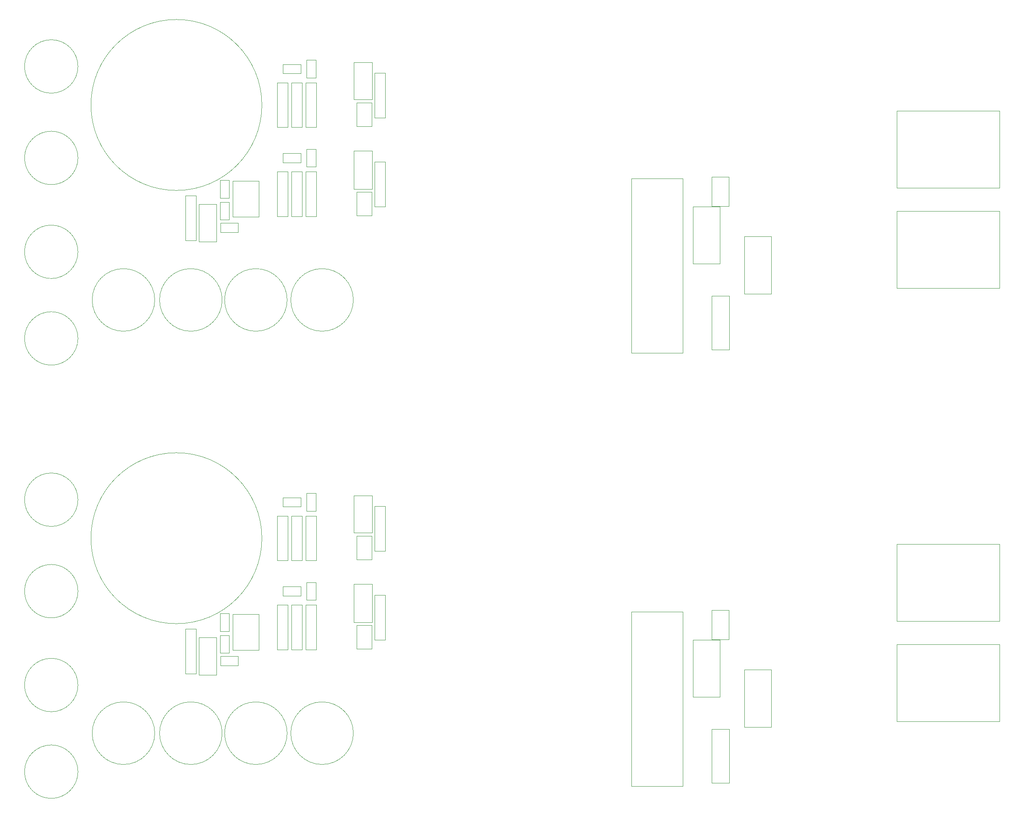
<source format=gbr>
G04 #@! TF.GenerationSoftware,KiCad,Pcbnew,5.1.4*
G04 #@! TF.CreationDate,2019-10-29T22:35:46-03:00*
G04 #@! TF.ProjectId,MCB19_panel,4d434231-395f-4706-916e-656c2e6b6963,rev?*
G04 #@! TF.SameCoordinates,Original*
G04 #@! TF.FileFunction,Other,User*
%FSLAX46Y46*%
G04 Gerber Fmt 4.6, Leading zero omitted, Abs format (unit mm)*
G04 Created by KiCad (PCBNEW 5.1.4) date 2019-10-29 22:35:46*
%MOMM*%
%LPD*%
G04 APERTURE LIST*
%ADD10C,0.050000*%
G04 APERTURE END LIST*
D10*
X60180000Y-142360000D02*
G75*
G03X60180000Y-142360000I-5550000J0D01*
G01*
X60180000Y-161860000D02*
G75*
G03X60180000Y-161860000I-5550000J0D01*
G01*
X121300000Y-130180000D02*
X117460000Y-130180000D01*
X117460000Y-130180000D02*
X117460000Y-122540000D01*
X117460000Y-122540000D02*
X121300000Y-122540000D01*
X121300000Y-122540000D02*
X121300000Y-130180000D01*
X121300000Y-148860000D02*
X117460000Y-148860000D01*
X117460000Y-148860000D02*
X117460000Y-140860000D01*
X117460000Y-140860000D02*
X121300000Y-140860000D01*
X121300000Y-140860000D02*
X121300000Y-148860000D01*
X193526000Y-164344000D02*
X193526000Y-152444000D01*
X187926000Y-164344000D02*
X193526000Y-164344000D01*
X187926000Y-152444000D02*
X187926000Y-164344000D01*
X193526000Y-152444000D02*
X187926000Y-152444000D01*
X198564000Y-158676000D02*
X198564000Y-170576000D01*
X204164000Y-158676000D02*
X198564000Y-158676000D01*
X204164000Y-170576000D02*
X204164000Y-158676000D01*
X198564000Y-170576000D02*
X204164000Y-170576000D01*
X195430000Y-171020000D02*
X191830000Y-171020000D01*
X195430000Y-182220000D02*
X195430000Y-171020000D01*
X191830000Y-182220000D02*
X195430000Y-182220000D01*
X191830000Y-171020000D02*
X191830000Y-182220000D01*
X251634000Y-153417000D02*
X251634000Y-169437000D01*
X251634000Y-153416000D02*
X230298000Y-153416000D01*
X230298000Y-169436000D02*
X251634000Y-169437000D01*
X230298000Y-169436000D02*
X230298000Y-153416000D01*
X251630000Y-132562000D02*
X251630000Y-148582000D01*
X251630000Y-132561000D02*
X230294000Y-132561000D01*
X230294000Y-148581000D02*
X251630000Y-148582000D01*
X230294000Y-148581000D02*
X230294000Y-132561000D01*
X175130000Y-182910000D02*
X185830000Y-182910000D01*
X175130000Y-146660000D02*
X175130000Y-182910000D01*
X185830000Y-146660000D02*
X175130000Y-146660000D01*
X185830000Y-182910000D02*
X185830000Y-146660000D01*
X191830000Y-152410000D02*
X191830000Y-146310000D01*
X195380000Y-152410000D02*
X191830000Y-152410000D01*
X195380000Y-146310000D02*
X195380000Y-152410000D01*
X191830000Y-146310000D02*
X195380000Y-146310000D01*
X91580000Y-150710000D02*
X89680000Y-150710000D01*
X89680000Y-150710000D02*
X89680000Y-147010000D01*
X89680000Y-147010000D02*
X91580000Y-147010000D01*
X91580000Y-147010000D02*
X91580000Y-150710000D01*
X98380000Y-131360000D02*
G75*
G03X98380000Y-131360000I-17750000J0D01*
G01*
X90130000Y-171860000D02*
G75*
G03X90130000Y-171860000I-6500000J0D01*
G01*
X85280000Y-151940000D02*
X88980000Y-151940000D01*
X88980000Y-151940000D02*
X88980000Y-159780000D01*
X88980000Y-159780000D02*
X85280000Y-159780000D01*
X85280000Y-159780000D02*
X85280000Y-151940000D01*
X89680000Y-151510000D02*
X91580000Y-151510000D01*
X91580000Y-151510000D02*
X91580000Y-155210000D01*
X91580000Y-155210000D02*
X89680000Y-155210000D01*
X89680000Y-155210000D02*
X89680000Y-151510000D01*
X84730000Y-150210000D02*
X84730000Y-159510000D01*
X84730000Y-159510000D02*
X82530000Y-159510000D01*
X82530000Y-159510000D02*
X82530000Y-150210000D01*
X82530000Y-150210000D02*
X84730000Y-150210000D01*
X103730000Y-126710000D02*
X103730000Y-136010000D01*
X103730000Y-136010000D02*
X101530000Y-136010000D01*
X101530000Y-136010000D02*
X101530000Y-126710000D01*
X101530000Y-126710000D02*
X103730000Y-126710000D01*
X121780000Y-134010000D02*
X121780000Y-124710000D01*
X121780000Y-124710000D02*
X123980000Y-124710000D01*
X123980000Y-124710000D02*
X123980000Y-134010000D01*
X123980000Y-134010000D02*
X121780000Y-134010000D01*
X123980000Y-152510000D02*
X121780000Y-152510000D01*
X123980000Y-143210000D02*
X123980000Y-152510000D01*
X121780000Y-143210000D02*
X123980000Y-143210000D01*
X121780000Y-152510000D02*
X121780000Y-143210000D01*
X104530000Y-154510000D02*
X104530000Y-145210000D01*
X104530000Y-145210000D02*
X106730000Y-145210000D01*
X106730000Y-145210000D02*
X106730000Y-154510000D01*
X106730000Y-154510000D02*
X104530000Y-154510000D01*
X109730000Y-154510000D02*
X107530000Y-154510000D01*
X109730000Y-145210000D02*
X109730000Y-154510000D01*
X107530000Y-145210000D02*
X109730000Y-145210000D01*
X107530000Y-154510000D02*
X107530000Y-145210000D01*
X104530000Y-136010000D02*
X104530000Y-126710000D01*
X104530000Y-126710000D02*
X106730000Y-126710000D01*
X106730000Y-126710000D02*
X106730000Y-136010000D01*
X106730000Y-136010000D02*
X104530000Y-136010000D01*
X107530000Y-136010000D02*
X107530000Y-126710000D01*
X107530000Y-126710000D02*
X109730000Y-126710000D01*
X109730000Y-126710000D02*
X109730000Y-136010000D01*
X109730000Y-136010000D02*
X107530000Y-136010000D01*
X60180000Y-123360000D02*
G75*
G03X60180000Y-123360000I-5550000J0D01*
G01*
X103630000Y-171860000D02*
G75*
G03X103630000Y-171860000I-6500000J0D01*
G01*
X103730000Y-145210000D02*
X103730000Y-154510000D01*
X103730000Y-154510000D02*
X101530000Y-154510000D01*
X101530000Y-154510000D02*
X101530000Y-145210000D01*
X101530000Y-145210000D02*
X103730000Y-145210000D01*
X109580000Y-125710000D02*
X107680000Y-125710000D01*
X107680000Y-125710000D02*
X107680000Y-122010000D01*
X107680000Y-122010000D02*
X109580000Y-122010000D01*
X109580000Y-122010000D02*
X109580000Y-125710000D01*
X60180000Y-179860000D02*
G75*
G03X60180000Y-179860000I-5550000J0D01*
G01*
X76130000Y-171860000D02*
G75*
G03X76130000Y-171860000I-6500000J0D01*
G01*
X106480000Y-141410000D02*
X106480000Y-143310000D01*
X106480000Y-143310000D02*
X102780000Y-143310000D01*
X102780000Y-143310000D02*
X102780000Y-141410000D01*
X102780000Y-141410000D02*
X106480000Y-141410000D01*
X106480000Y-122910000D02*
X106480000Y-124810000D01*
X106480000Y-124810000D02*
X102780000Y-124810000D01*
X102780000Y-124810000D02*
X102780000Y-122910000D01*
X102780000Y-122910000D02*
X106480000Y-122910000D01*
X117380000Y-171860000D02*
G75*
G03X117380000Y-171860000I-6500000J0D01*
G01*
X118050000Y-149410000D02*
X121210000Y-149410000D01*
X121210000Y-149410000D02*
X121210000Y-154310000D01*
X121210000Y-154310000D02*
X118050000Y-154310000D01*
X118050000Y-154310000D02*
X118050000Y-149410000D01*
X93455000Y-155910000D02*
X93455000Y-157810000D01*
X93455000Y-157810000D02*
X89755000Y-157810000D01*
X89755000Y-157810000D02*
X89755000Y-155910000D01*
X89755000Y-155910000D02*
X93455000Y-155910000D01*
X97715000Y-147160000D02*
X92315000Y-147160000D01*
X92315000Y-147160000D02*
X92315000Y-154560000D01*
X92315000Y-154560000D02*
X97715000Y-154560000D01*
X97715000Y-154560000D02*
X97715000Y-147160000D01*
X118050000Y-130910000D02*
X121210000Y-130910000D01*
X121210000Y-130910000D02*
X121210000Y-135810000D01*
X121210000Y-135810000D02*
X118050000Y-135810000D01*
X118050000Y-135810000D02*
X118050000Y-130910000D01*
X109580000Y-144210000D02*
X107680000Y-144210000D01*
X107680000Y-144210000D02*
X107680000Y-140510000D01*
X107680000Y-140510000D02*
X109580000Y-140510000D01*
X109580000Y-140510000D02*
X109580000Y-144210000D01*
X121300000Y-50860000D02*
X121300000Y-58860000D01*
X117460000Y-50860000D02*
X121300000Y-50860000D01*
X117460000Y-58860000D02*
X117460000Y-50860000D01*
X121300000Y-58860000D02*
X117460000Y-58860000D01*
X121300000Y-32540000D02*
X121300000Y-40180000D01*
X117460000Y-32540000D02*
X121300000Y-32540000D01*
X117460000Y-40180000D02*
X117460000Y-32540000D01*
X121300000Y-40180000D02*
X117460000Y-40180000D01*
X118050000Y-45810000D02*
X118050000Y-40910000D01*
X121210000Y-45810000D02*
X118050000Y-45810000D01*
X121210000Y-40910000D02*
X121210000Y-45810000D01*
X118050000Y-40910000D02*
X121210000Y-40910000D01*
X118050000Y-64310000D02*
X118050000Y-59410000D01*
X121210000Y-64310000D02*
X118050000Y-64310000D01*
X121210000Y-59410000D02*
X121210000Y-64310000D01*
X118050000Y-59410000D02*
X121210000Y-59410000D01*
X76130000Y-81860000D02*
G75*
G03X76130000Y-81860000I-6500000J0D01*
G01*
X60180000Y-89860000D02*
G75*
G03X60180000Y-89860000I-5550000J0D01*
G01*
X101530000Y-55210000D02*
X103730000Y-55210000D01*
X101530000Y-64510000D02*
X101530000Y-55210000D01*
X103730000Y-64510000D02*
X101530000Y-64510000D01*
X103730000Y-55210000D02*
X103730000Y-64510000D01*
X103630000Y-81860000D02*
G75*
G03X103630000Y-81860000I-6500000J0D01*
G01*
X117380000Y-81860000D02*
G75*
G03X117380000Y-81860000I-6500000J0D01*
G01*
X97715000Y-64560000D02*
X97715000Y-57160000D01*
X92315000Y-64560000D02*
X97715000Y-64560000D01*
X92315000Y-57160000D02*
X92315000Y-64560000D01*
X97715000Y-57160000D02*
X92315000Y-57160000D01*
X109580000Y-32010000D02*
X109580000Y-35710000D01*
X107680000Y-32010000D02*
X109580000Y-32010000D01*
X107680000Y-35710000D02*
X107680000Y-32010000D01*
X109580000Y-35710000D02*
X107680000Y-35710000D01*
X109580000Y-50510000D02*
X109580000Y-54210000D01*
X107680000Y-50510000D02*
X109580000Y-50510000D01*
X107680000Y-54210000D02*
X107680000Y-50510000D01*
X109580000Y-54210000D02*
X107680000Y-54210000D01*
X102780000Y-32910000D02*
X106480000Y-32910000D01*
X102780000Y-34810000D02*
X102780000Y-32910000D01*
X106480000Y-34810000D02*
X102780000Y-34810000D01*
X106480000Y-32910000D02*
X106480000Y-34810000D01*
X102780000Y-51410000D02*
X106480000Y-51410000D01*
X102780000Y-53310000D02*
X102780000Y-51410000D01*
X106480000Y-53310000D02*
X102780000Y-53310000D01*
X106480000Y-51410000D02*
X106480000Y-53310000D01*
X89755000Y-65910000D02*
X93455000Y-65910000D01*
X89755000Y-67810000D02*
X89755000Y-65910000D01*
X93455000Y-67810000D02*
X89755000Y-67810000D01*
X93455000Y-65910000D02*
X93455000Y-67810000D01*
X60180000Y-71860000D02*
G75*
G03X60180000Y-71860000I-5550000J0D01*
G01*
X60180000Y-52360000D02*
G75*
G03X60180000Y-52360000I-5550000J0D01*
G01*
X60180000Y-33360000D02*
G75*
G03X60180000Y-33360000I-5550000J0D01*
G01*
X109730000Y-46010000D02*
X107530000Y-46010000D01*
X109730000Y-36710000D02*
X109730000Y-46010000D01*
X107530000Y-36710000D02*
X109730000Y-36710000D01*
X107530000Y-46010000D02*
X107530000Y-36710000D01*
X106730000Y-46010000D02*
X104530000Y-46010000D01*
X106730000Y-36710000D02*
X106730000Y-46010000D01*
X104530000Y-36710000D02*
X106730000Y-36710000D01*
X104530000Y-46010000D02*
X104530000Y-36710000D01*
X107530000Y-64510000D02*
X107530000Y-55210000D01*
X107530000Y-55210000D02*
X109730000Y-55210000D01*
X109730000Y-55210000D02*
X109730000Y-64510000D01*
X109730000Y-64510000D02*
X107530000Y-64510000D01*
X106730000Y-64510000D02*
X104530000Y-64510000D01*
X106730000Y-55210000D02*
X106730000Y-64510000D01*
X104530000Y-55210000D02*
X106730000Y-55210000D01*
X104530000Y-64510000D02*
X104530000Y-55210000D01*
X121780000Y-62510000D02*
X121780000Y-53210000D01*
X121780000Y-53210000D02*
X123980000Y-53210000D01*
X123980000Y-53210000D02*
X123980000Y-62510000D01*
X123980000Y-62510000D02*
X121780000Y-62510000D01*
X123980000Y-44010000D02*
X121780000Y-44010000D01*
X123980000Y-34710000D02*
X123980000Y-44010000D01*
X121780000Y-34710000D02*
X123980000Y-34710000D01*
X121780000Y-44010000D02*
X121780000Y-34710000D01*
X101530000Y-36710000D02*
X103730000Y-36710000D01*
X101530000Y-46010000D02*
X101530000Y-36710000D01*
X103730000Y-46010000D02*
X101530000Y-46010000D01*
X103730000Y-36710000D02*
X103730000Y-46010000D01*
X82530000Y-60210000D02*
X84730000Y-60210000D01*
X82530000Y-69510000D02*
X82530000Y-60210000D01*
X84730000Y-69510000D02*
X82530000Y-69510000D01*
X84730000Y-60210000D02*
X84730000Y-69510000D01*
X89680000Y-65210000D02*
X89680000Y-61510000D01*
X91580000Y-65210000D02*
X89680000Y-65210000D01*
X91580000Y-61510000D02*
X91580000Y-65210000D01*
X89680000Y-61510000D02*
X91580000Y-61510000D01*
X85280000Y-69780000D02*
X85280000Y-61940000D01*
X88980000Y-69780000D02*
X85280000Y-69780000D01*
X88980000Y-61940000D02*
X88980000Y-69780000D01*
X85280000Y-61940000D02*
X88980000Y-61940000D01*
X90130000Y-81860000D02*
G75*
G03X90130000Y-81860000I-6500000J0D01*
G01*
X98380000Y-41360000D02*
G75*
G03X98380000Y-41360000I-17750000J0D01*
G01*
X91580000Y-57010000D02*
X91580000Y-60710000D01*
X89680000Y-57010000D02*
X91580000Y-57010000D01*
X89680000Y-60710000D02*
X89680000Y-57010000D01*
X91580000Y-60710000D02*
X89680000Y-60710000D01*
X191830000Y-56310000D02*
X195380000Y-56310000D01*
X195380000Y-56310000D02*
X195380000Y-62410000D01*
X195380000Y-62410000D02*
X191830000Y-62410000D01*
X191830000Y-62410000D02*
X191830000Y-56310000D01*
X185830000Y-92910000D02*
X185830000Y-56660000D01*
X185830000Y-56660000D02*
X175130000Y-56660000D01*
X175130000Y-56660000D02*
X175130000Y-92910000D01*
X175130000Y-92910000D02*
X185830000Y-92910000D01*
X230294000Y-58581000D02*
X230294000Y-42561000D01*
X230294000Y-58581000D02*
X251630000Y-58582000D01*
X251630000Y-42561000D02*
X230294000Y-42561000D01*
X251630000Y-42562000D02*
X251630000Y-58582000D01*
X230298000Y-79436000D02*
X230298000Y-63416000D01*
X230298000Y-79436000D02*
X251634000Y-79437000D01*
X251634000Y-63416000D02*
X230298000Y-63416000D01*
X251634000Y-63417000D02*
X251634000Y-79437000D01*
X191830000Y-81020000D02*
X191830000Y-92220000D01*
X191830000Y-92220000D02*
X195430000Y-92220000D01*
X195430000Y-92220000D02*
X195430000Y-81020000D01*
X195430000Y-81020000D02*
X191830000Y-81020000D01*
X198564000Y-80576000D02*
X204164000Y-80576000D01*
X204164000Y-80576000D02*
X204164000Y-68676000D01*
X204164000Y-68676000D02*
X198564000Y-68676000D01*
X198564000Y-68676000D02*
X198564000Y-80576000D01*
X193526000Y-62444000D02*
X187926000Y-62444000D01*
X187926000Y-62444000D02*
X187926000Y-74344000D01*
X187926000Y-74344000D02*
X193526000Y-74344000D01*
X193526000Y-74344000D02*
X193526000Y-62444000D01*
M02*

</source>
